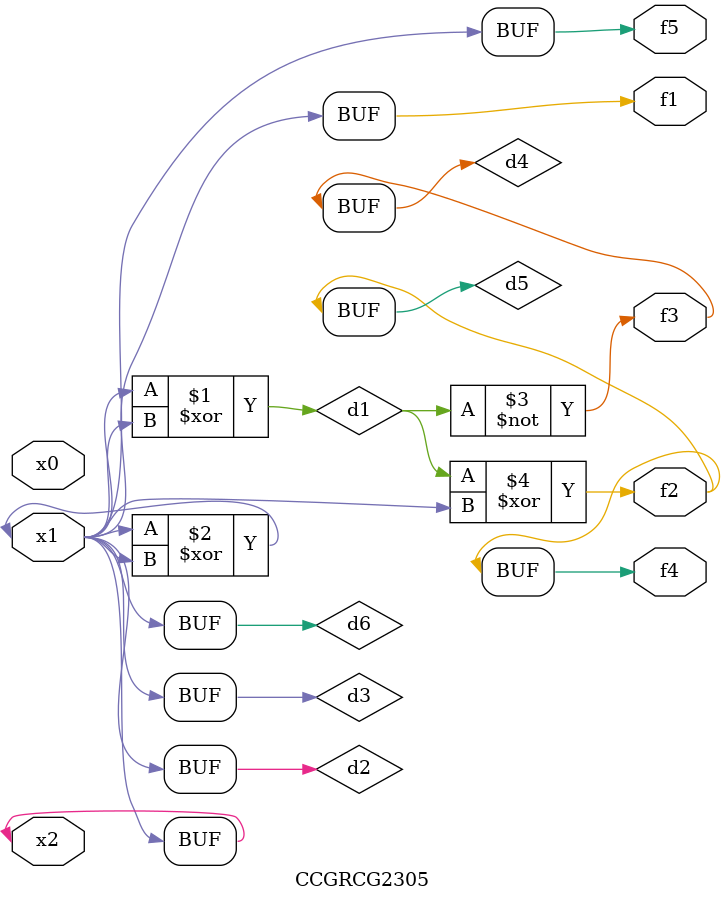
<source format=v>
module CCGRCG2305(
	input x0, x1, x2,
	output f1, f2, f3, f4, f5
);

	wire d1, d2, d3, d4, d5, d6;

	xor (d1, x1, x2);
	buf (d2, x1, x2);
	xor (d3, x1, x2);
	nor (d4, d1);
	xor (d5, d1, d2);
	buf (d6, d2, d3);
	assign f1 = d6;
	assign f2 = d5;
	assign f3 = d4;
	assign f4 = d5;
	assign f5 = d6;
endmodule

</source>
